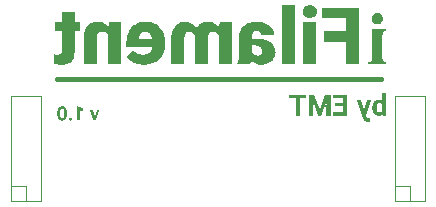
<source format=gbo>
G04*
G04 #@! TF.GenerationSoftware,Altium Limited,Altium Designer,24.5.2 (23)*
G04*
G04 Layer_Color=32896*
%FSLAX25Y25*%
%MOIN*%
G70*
G04*
G04 #@! TF.SameCoordinates,7B9D950A-14CE-42BF-A02F-5B63482B5899*
G04*
G04*
G04 #@! TF.FilePolarity,Positive*
G04*
G01*
G75*
%ADD50C,0.01575*%
%ADD51C,0.00394*%
G36*
X-170187Y-112489D02*
Y-113240D01*
X-171295Y-112905D01*
Y-116470D01*
X-172221D01*
Y-111797D01*
X-172119D01*
X-170187Y-112489D01*
D02*
G37*
G36*
X-165915Y-116470D02*
X-166797D01*
X-167964Y-113007D01*
X-167001D01*
X-166352Y-115347D01*
X-165711Y-113007D01*
X-164741D01*
X-165915Y-116470D01*
D02*
G37*
G36*
X-174255Y-115529D02*
X-174182Y-115544D01*
X-174124Y-115566D01*
X-174065Y-115588D01*
X-174022Y-115617D01*
X-173992Y-115639D01*
X-173971Y-115653D01*
X-173963Y-115661D01*
X-173912Y-115719D01*
X-173876Y-115777D01*
X-173854Y-115836D01*
X-173839Y-115894D01*
X-173825Y-115938D01*
X-173818Y-115981D01*
Y-116011D01*
Y-116018D01*
X-173825Y-116098D01*
X-173839Y-116164D01*
X-173861Y-116229D01*
X-173890Y-116280D01*
X-173919Y-116317D01*
X-173941Y-116353D01*
X-173956Y-116368D01*
X-173963Y-116375D01*
X-174022Y-116419D01*
X-174080Y-116448D01*
X-174145Y-116477D01*
X-174204Y-116492D01*
X-174255Y-116499D01*
X-174299Y-116506D01*
X-174335D01*
X-174415Y-116499D01*
X-174495Y-116484D01*
X-174561Y-116463D01*
X-174612Y-116441D01*
X-174656Y-116419D01*
X-174685Y-116397D01*
X-174707Y-116382D01*
X-174714Y-116375D01*
X-174765Y-116317D01*
X-174802Y-116258D01*
X-174823Y-116200D01*
X-174845Y-116142D01*
X-174853Y-116091D01*
X-174860Y-116054D01*
Y-116025D01*
Y-116018D01*
X-174853Y-115938D01*
X-174838Y-115872D01*
X-174809Y-115806D01*
X-174787Y-115755D01*
X-174758Y-115719D01*
X-174729Y-115682D01*
X-174714Y-115668D01*
X-174707Y-115661D01*
X-174648Y-115617D01*
X-174590Y-115580D01*
X-174525Y-115559D01*
X-174466Y-115537D01*
X-174415Y-115529D01*
X-174372Y-115522D01*
X-174335D01*
X-174255Y-115529D01*
D02*
G37*
G36*
X-177047Y-111746D02*
X-176916Y-111760D01*
X-176799Y-111782D01*
X-176682Y-111819D01*
X-176580Y-111855D01*
X-176486Y-111899D01*
X-176398Y-111943D01*
X-176318Y-111994D01*
X-176252Y-112038D01*
X-176187Y-112089D01*
X-176136Y-112132D01*
X-176092Y-112169D01*
X-176063Y-112205D01*
X-176041Y-112227D01*
X-176026Y-112242D01*
X-176019Y-112249D01*
X-175946Y-112351D01*
X-175888Y-112460D01*
X-175837Y-112570D01*
X-175786Y-112694D01*
X-175713Y-112942D01*
X-175669Y-113182D01*
X-175654Y-113291D01*
X-175640Y-113401D01*
X-175633Y-113496D01*
X-175625Y-113576D01*
X-175618Y-113641D01*
Y-113692D01*
Y-113722D01*
Y-113736D01*
Y-114596D01*
X-175625Y-114764D01*
X-175640Y-114924D01*
X-175662Y-115077D01*
X-175684Y-115216D01*
X-175713Y-115340D01*
X-175749Y-115464D01*
X-175786Y-115566D01*
X-175822Y-115661D01*
X-175866Y-115748D01*
X-175902Y-115821D01*
X-175932Y-115887D01*
X-175961Y-115938D01*
X-175990Y-115981D01*
X-176012Y-116011D01*
X-176019Y-116025D01*
X-176026Y-116032D01*
X-176107Y-116120D01*
X-176194Y-116200D01*
X-176289Y-116266D01*
X-176383Y-116324D01*
X-176478Y-116375D01*
X-176580Y-116411D01*
X-176675Y-116448D01*
X-176770Y-116470D01*
X-176857Y-116492D01*
X-176938Y-116506D01*
X-177011Y-116521D01*
X-177076Y-116528D01*
X-177127Y-116535D01*
X-177200D01*
X-177339Y-116528D01*
X-177470Y-116514D01*
X-177594Y-116492D01*
X-177710Y-116455D01*
X-177812Y-116419D01*
X-177907Y-116375D01*
X-177995Y-116324D01*
X-178075Y-116280D01*
X-178140Y-116229D01*
X-178199Y-116185D01*
X-178250Y-116142D01*
X-178294Y-116105D01*
X-178323Y-116069D01*
X-178352Y-116047D01*
X-178359Y-116032D01*
X-178366Y-116025D01*
X-178439Y-115923D01*
X-178498Y-115814D01*
X-178556Y-115697D01*
X-178600Y-115580D01*
X-178673Y-115333D01*
X-178716Y-115092D01*
X-178731Y-114983D01*
X-178745Y-114881D01*
X-178753Y-114786D01*
X-178760Y-114706D01*
X-178767Y-114640D01*
Y-114589D01*
Y-114553D01*
Y-114545D01*
Y-113685D01*
X-178760Y-113510D01*
X-178745Y-113350D01*
X-178724Y-113204D01*
X-178702Y-113065D01*
X-178665Y-112934D01*
X-178636Y-112818D01*
X-178592Y-112708D01*
X-178556Y-112613D01*
X-178519Y-112526D01*
X-178483Y-112453D01*
X-178447Y-112387D01*
X-178418Y-112336D01*
X-178388Y-112293D01*
X-178366Y-112264D01*
X-178359Y-112249D01*
X-178352Y-112242D01*
X-178272Y-112154D01*
X-178184Y-112074D01*
X-178097Y-112008D01*
X-178002Y-111950D01*
X-177907Y-111899D01*
X-177805Y-111863D01*
X-177710Y-111826D01*
X-177616Y-111804D01*
X-177528Y-111782D01*
X-177448Y-111768D01*
X-177375Y-111753D01*
X-177309Y-111746D01*
X-177258Y-111739D01*
X-177185D01*
X-177047Y-111746D01*
D02*
G37*
G36*
X-69072Y-114831D02*
X-70329D01*
X-70384Y-114284D01*
X-70482Y-114393D01*
X-70591Y-114492D01*
X-70701Y-114579D01*
X-70810Y-114656D01*
X-70930Y-114721D01*
X-71039Y-114776D01*
X-71258Y-114852D01*
X-71444Y-114896D01*
X-71531Y-114907D01*
X-71597Y-114918D01*
X-71662Y-114929D01*
X-71739D01*
X-71914Y-114918D01*
X-72078Y-114896D01*
X-72231Y-114863D01*
X-72373Y-114820D01*
X-72624Y-114710D01*
X-72734Y-114645D01*
X-72843Y-114579D01*
X-72930Y-114525D01*
X-73007Y-114459D01*
X-73072Y-114404D01*
X-73127Y-114350D01*
X-73171Y-114306D01*
X-73204Y-114273D01*
X-73215Y-114251D01*
X-73225Y-114240D01*
X-73324Y-114098D01*
X-73400Y-113956D01*
X-73477Y-113803D01*
X-73532Y-113639D01*
X-73630Y-113311D01*
X-73695Y-112994D01*
X-73717Y-112852D01*
X-73728Y-112721D01*
X-73750Y-112601D01*
Y-112492D01*
X-73761Y-112404D01*
Y-112339D01*
Y-112295D01*
Y-112284D01*
Y-112207D01*
X-73750Y-111978D01*
X-73739Y-111759D01*
X-73706Y-111552D01*
X-73674Y-111366D01*
X-73630Y-111191D01*
X-73586Y-111027D01*
X-73542Y-110885D01*
X-73488Y-110743D01*
X-73433Y-110634D01*
X-73390Y-110524D01*
X-73346Y-110437D01*
X-73302Y-110371D01*
X-73269Y-110317D01*
X-73237Y-110273D01*
X-73225Y-110251D01*
X-73215Y-110240D01*
X-73105Y-110120D01*
X-72996Y-110011D01*
X-72876Y-109912D01*
X-72755Y-109836D01*
X-72635Y-109770D01*
X-72504Y-109715D01*
X-72275Y-109628D01*
X-72056Y-109573D01*
X-71969Y-109562D01*
X-71881Y-109551D01*
X-71816Y-109540D01*
X-71728D01*
X-71586Y-109551D01*
X-71444Y-109562D01*
X-71204Y-109628D01*
X-70985Y-109715D01*
X-70799Y-109825D01*
X-70657Y-109934D01*
X-70548Y-110021D01*
X-70482Y-110087D01*
X-70471Y-110098D01*
X-70460Y-110109D01*
Y-107453D01*
X-69072D01*
Y-114831D01*
D02*
G37*
G36*
X-75925Y-114841D02*
X-75761Y-115268D01*
X-75718Y-115366D01*
X-75663Y-115454D01*
X-75608Y-115519D01*
X-75554Y-115574D01*
X-75510Y-115618D01*
X-75477Y-115650D01*
X-75455Y-115661D01*
X-75444Y-115672D01*
X-75368Y-115716D01*
X-75280Y-115738D01*
X-75084Y-115781D01*
X-74996D01*
X-74931Y-115792D01*
X-74865D01*
X-74646Y-115781D01*
Y-116831D01*
X-74876Y-116885D01*
X-74985Y-116907D01*
X-75073Y-116918D01*
X-75160D01*
X-75215Y-116929D01*
X-75269D01*
X-75466Y-116918D01*
X-75641Y-116885D01*
X-75805Y-116831D01*
X-75958Y-116765D01*
X-76100Y-116689D01*
X-76220Y-116601D01*
X-76341Y-116514D01*
X-76439Y-116416D01*
X-76526Y-116317D01*
X-76603Y-116230D01*
X-76657Y-116142D01*
X-76712Y-116066D01*
X-76756Y-116000D01*
X-76778Y-115945D01*
X-76800Y-115913D01*
Y-115902D01*
X-76920Y-115629D01*
X-79008Y-109639D01*
X-77521D01*
X-76559Y-112874D01*
X-75597Y-109639D01*
X-74100D01*
X-75925Y-114841D01*
D02*
G37*
G36*
X-87631Y-114831D02*
X-89063D01*
Y-112929D01*
X-88921Y-109628D01*
X-90812Y-114831D01*
X-91796D01*
X-93686Y-109628D01*
X-93544Y-112929D01*
Y-114831D01*
X-94987D01*
Y-107835D01*
X-93096D01*
X-91304Y-112918D01*
X-89511Y-107835D01*
X-87631D01*
Y-114831D01*
D02*
G37*
G36*
X-82101D02*
X-86790D01*
Y-113672D01*
X-83533D01*
Y-111792D01*
X-86309D01*
Y-110666D01*
X-83533D01*
Y-109005D01*
X-86779D01*
Y-107835D01*
X-82101D01*
Y-114831D01*
D02*
G37*
G36*
X-95807Y-109005D02*
X-97916D01*
Y-114831D01*
X-99359D01*
Y-109005D01*
X-101501D01*
Y-107835D01*
X-95807D01*
Y-109005D01*
D02*
G37*
G36*
X-94224Y-78101D02*
X-93903Y-78159D01*
X-93611Y-78276D01*
X-93349Y-78363D01*
X-93145Y-78480D01*
X-92999Y-78596D01*
X-92911Y-78655D01*
X-92882Y-78684D01*
X-92678Y-78917D01*
X-92503Y-79180D01*
X-92387Y-79413D01*
X-92328Y-79646D01*
X-92270Y-79879D01*
X-92241Y-80054D01*
Y-80171D01*
Y-80200D01*
X-92270Y-80521D01*
X-92328Y-80842D01*
X-92445Y-81075D01*
X-92561Y-81308D01*
X-92678Y-81483D01*
X-92795Y-81600D01*
X-92853Y-81687D01*
X-92882Y-81717D01*
X-93145Y-81921D01*
X-93436Y-82066D01*
X-93728Y-82154D01*
X-93990Y-82212D01*
X-94224Y-82270D01*
X-94428Y-82300D01*
X-94603D01*
X-94982Y-82270D01*
X-95332Y-82212D01*
X-95623Y-82125D01*
X-95886Y-82008D01*
X-96090Y-81891D01*
X-96236Y-81804D01*
X-96323Y-81746D01*
X-96352Y-81717D01*
X-96586Y-81483D01*
X-96731Y-81221D01*
X-96848Y-80988D01*
X-96935Y-80725D01*
X-96994Y-80521D01*
X-97023Y-80346D01*
Y-80229D01*
Y-80200D01*
X-96994Y-79879D01*
X-96906Y-79559D01*
X-96819Y-79296D01*
X-96702Y-79092D01*
X-96556Y-78917D01*
X-96469Y-78800D01*
X-96381Y-78713D01*
X-96352Y-78684D01*
X-96090Y-78480D01*
X-95798Y-78334D01*
X-95507Y-78217D01*
X-95215Y-78159D01*
X-94982Y-78101D01*
X-94778Y-78071D01*
X-94603D01*
X-94224Y-78101D01*
D02*
G37*
G36*
X-128341Y-83553D02*
X-127903Y-83612D01*
X-127524Y-83699D01*
X-127145Y-83816D01*
X-126445Y-84137D01*
X-126154Y-84282D01*
X-125891Y-84457D01*
X-125658Y-84662D01*
X-125425Y-84807D01*
X-125250Y-84982D01*
X-125104Y-85128D01*
X-124987Y-85245D01*
X-124900Y-85332D01*
X-124871Y-85391D01*
X-124842Y-85420D01*
X-124696Y-83787D01*
X-120642D01*
Y-97638D01*
X-124958D01*
Y-88015D01*
X-125221Y-87636D01*
X-125541Y-87344D01*
X-125862Y-87140D01*
X-126154Y-86994D01*
X-126445Y-86907D01*
X-126649Y-86878D01*
X-126795Y-86849D01*
X-126854D01*
X-127204Y-86878D01*
X-127466Y-86936D01*
X-127699Y-86994D01*
X-127874Y-87082D01*
X-128020Y-87199D01*
X-128108Y-87257D01*
X-128137Y-87315D01*
X-128166Y-87344D01*
X-128282Y-87549D01*
X-128370Y-87811D01*
X-128487Y-88307D01*
Y-88540D01*
X-128516Y-88744D01*
Y-88861D01*
Y-88919D01*
Y-97638D01*
X-132861D01*
Y-88190D01*
X-132831Y-88015D01*
X-133094Y-87636D01*
X-133415Y-87344D01*
X-133735Y-87140D01*
X-134027Y-86994D01*
X-134319Y-86907D01*
X-134552Y-86878D01*
X-134698Y-86849D01*
X-134756D01*
X-135077Y-86878D01*
X-135339Y-86936D01*
X-135572Y-86994D01*
X-135747Y-87082D01*
X-135893Y-87199D01*
X-135981Y-87257D01*
X-136010Y-87315D01*
X-136039Y-87344D01*
X-136156Y-87549D01*
X-136272Y-87782D01*
X-136360Y-88307D01*
X-136389Y-88540D01*
X-136418Y-88715D01*
Y-88832D01*
Y-88890D01*
Y-97638D01*
X-140763D01*
Y-88627D01*
X-140734Y-88161D01*
X-140705Y-87723D01*
X-140530Y-86936D01*
X-140325Y-86265D01*
X-140034Y-85682D01*
X-139713Y-85186D01*
X-139334Y-84778D01*
X-138955Y-84428D01*
X-138547Y-84166D01*
X-138138Y-83962D01*
X-137759Y-83787D01*
X-137409Y-83670D01*
X-137089Y-83612D01*
X-136797Y-83553D01*
X-136593Y-83524D01*
X-136418D01*
X-135922Y-83553D01*
X-135485Y-83612D01*
X-135048Y-83728D01*
X-134669Y-83845D01*
X-134289Y-84020D01*
X-133969Y-84195D01*
X-133648Y-84370D01*
X-133385Y-84574D01*
X-133152Y-84778D01*
X-132919Y-84953D01*
X-132744Y-85128D01*
X-132598Y-85303D01*
X-132482Y-85420D01*
X-132394Y-85536D01*
X-132365Y-85595D01*
X-132336Y-85624D01*
X-132161Y-85245D01*
X-131927Y-84924D01*
X-131665Y-84662D01*
X-131403Y-84399D01*
X-131111Y-84195D01*
X-130819Y-84049D01*
X-130528Y-83903D01*
X-130236Y-83787D01*
X-129682Y-83641D01*
X-129449Y-83583D01*
X-129245Y-83553D01*
X-129070Y-83524D01*
X-128807D01*
X-128341Y-83553D01*
D02*
G37*
G36*
X-111486Y-83583D02*
X-110641Y-83728D01*
X-109912Y-83933D01*
X-109562Y-84049D01*
X-109270Y-84166D01*
X-109008Y-84282D01*
X-108745Y-84399D01*
X-108541Y-84516D01*
X-108395Y-84603D01*
X-108249Y-84691D01*
X-108162Y-84749D01*
X-108104Y-84778D01*
X-108075Y-84807D01*
X-107783Y-85041D01*
X-107520Y-85303D01*
X-107287Y-85566D01*
X-107112Y-85857D01*
X-106937Y-86120D01*
X-106791Y-86382D01*
X-106587Y-86907D01*
X-106471Y-87374D01*
X-106442Y-87578D01*
X-106412Y-87753D01*
X-106383Y-87869D01*
Y-87986D01*
Y-88044D01*
Y-88073D01*
X-110699D01*
X-110728Y-87811D01*
X-110757Y-87549D01*
X-110845Y-87344D01*
X-110932Y-87169D01*
X-111195Y-86907D01*
X-111486Y-86732D01*
X-111749Y-86615D01*
X-112011Y-86557D01*
X-112186Y-86528D01*
X-112244D01*
X-112536Y-86557D01*
X-112799Y-86615D01*
X-113003Y-86703D01*
X-113178Y-86819D01*
X-113469Y-87140D01*
X-113673Y-87490D01*
X-113790Y-87840D01*
X-113848Y-88161D01*
X-113877Y-88278D01*
Y-88365D01*
Y-88423D01*
Y-88452D01*
Y-89181D01*
X-111982D01*
X-111457Y-89240D01*
X-110932Y-89298D01*
X-110466Y-89356D01*
X-110028Y-89444D01*
X-109620Y-89561D01*
X-109270Y-89648D01*
X-108949Y-89765D01*
X-108658Y-89881D01*
X-108395Y-89969D01*
X-108191Y-90085D01*
X-108016Y-90173D01*
X-107870Y-90231D01*
X-107783Y-90289D01*
X-107725Y-90348D01*
X-107695D01*
X-107404Y-90581D01*
X-107141Y-90814D01*
X-106937Y-91106D01*
X-106733Y-91368D01*
X-106587Y-91660D01*
X-106442Y-91952D01*
X-106237Y-92476D01*
X-106121Y-92972D01*
X-106092Y-93205D01*
X-106062Y-93380D01*
X-106033Y-93555D01*
Y-93672D01*
Y-93730D01*
Y-93760D01*
X-106062Y-94080D01*
X-106092Y-94401D01*
X-106237Y-94984D01*
X-106471Y-95480D01*
X-106733Y-95917D01*
X-106966Y-96267D01*
X-107200Y-96530D01*
X-107346Y-96675D01*
X-107404Y-96705D01*
Y-96734D01*
X-107929Y-97113D01*
X-108512Y-97404D01*
X-109066Y-97609D01*
X-109591Y-97755D01*
X-110057Y-97842D01*
X-110262Y-97871D01*
X-110436D01*
X-110553Y-97900D01*
X-110757D01*
X-111136Y-97871D01*
X-111515Y-97842D01*
X-112186Y-97667D01*
X-112740Y-97434D01*
X-113207Y-97142D01*
X-113586Y-96880D01*
X-113848Y-96646D01*
X-114023Y-96471D01*
X-114082Y-96442D01*
Y-96413D01*
X-114140Y-96705D01*
X-114227Y-96938D01*
X-114286Y-97171D01*
X-114344Y-97317D01*
X-114402Y-97463D01*
X-114461Y-97550D01*
X-114490Y-97609D01*
Y-97638D01*
X-118805D01*
Y-97434D01*
X-118631Y-97026D01*
X-118485Y-96559D01*
X-118368Y-96063D01*
X-118310Y-95597D01*
X-118251Y-95159D01*
X-118222Y-94839D01*
Y-94693D01*
Y-94605D01*
Y-94547D01*
Y-94518D01*
Y-88394D01*
X-118193Y-87986D01*
X-118135Y-87578D01*
X-117960Y-86878D01*
X-117697Y-86265D01*
X-117406Y-85770D01*
X-117114Y-85361D01*
X-116852Y-85070D01*
X-116764Y-84982D01*
X-116677Y-84895D01*
X-116648Y-84837D01*
X-116618D01*
X-116327Y-84603D01*
X-116006Y-84399D01*
X-115335Y-84078D01*
X-114636Y-83845D01*
X-113965Y-83699D01*
X-113382Y-83583D01*
X-113119Y-83553D01*
X-112886D01*
X-112711Y-83524D01*
X-111953D01*
X-111486Y-83583D01*
D02*
G37*
G36*
X-173014Y-83787D02*
X-171264D01*
Y-86790D01*
X-173014D01*
Y-93672D01*
X-173072Y-94430D01*
X-173189Y-95072D01*
X-173335Y-95626D01*
X-173539Y-96092D01*
X-173743Y-96442D01*
X-173889Y-96675D01*
X-174005Y-96821D01*
X-174064Y-96880D01*
X-174530Y-97230D01*
X-175026Y-97463D01*
X-175580Y-97638D01*
X-176134Y-97784D01*
X-176630Y-97842D01*
X-176834Y-97871D01*
X-177009D01*
X-177184Y-97900D01*
X-177388D01*
X-177854Y-97871D01*
X-178292Y-97842D01*
X-178700Y-97784D01*
X-179079Y-97725D01*
X-179371Y-97667D01*
X-179604Y-97609D01*
X-179750Y-97550D01*
X-179808D01*
Y-94459D01*
X-179458Y-94489D01*
X-179108Y-94518D01*
X-178438D01*
X-178204Y-94459D01*
X-178029Y-94430D01*
X-177884Y-94372D01*
X-177767Y-94314D01*
X-177680Y-94284D01*
X-177650Y-94226D01*
X-177621D01*
X-177534Y-94080D01*
X-177475Y-93935D01*
X-177388Y-93555D01*
Y-93410D01*
X-177359Y-93264D01*
Y-93176D01*
Y-93147D01*
Y-86790D01*
X-179633D01*
Y-83787D01*
X-177359D01*
Y-80346D01*
X-173014D01*
Y-83787D01*
D02*
G37*
G36*
X-148694Y-83553D02*
X-148024Y-83670D01*
X-147411Y-83816D01*
X-146887Y-83962D01*
X-146449Y-84137D01*
X-146274Y-84224D01*
X-146128Y-84282D01*
X-146012Y-84341D01*
X-145924Y-84399D01*
X-145895Y-84428D01*
X-145866D01*
X-145341Y-84807D01*
X-144875Y-85216D01*
X-144466Y-85624D01*
X-144146Y-86032D01*
X-143883Y-86411D01*
X-143708Y-86703D01*
X-143650Y-86819D01*
X-143591Y-86907D01*
X-143562Y-86936D01*
Y-86965D01*
X-143300Y-87578D01*
X-143096Y-88219D01*
X-142979Y-88861D01*
X-142862Y-89444D01*
X-142804Y-89940D01*
Y-90144D01*
X-142775Y-90348D01*
Y-90494D01*
Y-90610D01*
Y-90669D01*
Y-90698D01*
Y-91048D01*
X-142804Y-91602D01*
X-142862Y-92127D01*
X-142950Y-92651D01*
X-143096Y-93118D01*
X-143242Y-93555D01*
X-143417Y-93964D01*
X-143591Y-94343D01*
X-143766Y-94664D01*
X-143941Y-94984D01*
X-144146Y-95247D01*
X-144291Y-95480D01*
X-144437Y-95655D01*
X-144583Y-95801D01*
X-144670Y-95917D01*
X-144729Y-95976D01*
X-144758Y-96005D01*
X-145137Y-96326D01*
X-145545Y-96617D01*
X-145983Y-96880D01*
X-146391Y-97113D01*
X-146828Y-97288D01*
X-147266Y-97434D01*
X-148082Y-97667D01*
X-148461Y-97755D01*
X-148811Y-97813D01*
X-149132Y-97842D01*
X-149394Y-97871D01*
X-149628Y-97900D01*
X-149919D01*
X-150561Y-97871D01*
X-151144Y-97813D01*
X-151669Y-97696D01*
X-152164Y-97579D01*
X-152544Y-97463D01*
X-152835Y-97346D01*
X-152952Y-97317D01*
X-153039Y-97288D01*
X-153068Y-97259D01*
X-153098D01*
X-153622Y-96996D01*
X-154089Y-96705D01*
X-154468Y-96413D01*
X-154818Y-96122D01*
X-155051Y-95859D01*
X-155255Y-95655D01*
X-155372Y-95538D01*
X-155401Y-95480D01*
X-153418Y-93147D01*
X-153185Y-93410D01*
X-152952Y-93614D01*
X-152689Y-93818D01*
X-152427Y-93964D01*
X-151902Y-94226D01*
X-151377Y-94401D01*
X-150940Y-94489D01*
X-150736Y-94518D01*
X-150561Y-94547D01*
X-150415Y-94576D01*
X-150211D01*
X-149773Y-94547D01*
X-149394Y-94489D01*
X-149044Y-94372D01*
X-148753Y-94255D01*
X-148520Y-94139D01*
X-148345Y-94022D01*
X-148228Y-93964D01*
X-148199Y-93935D01*
X-147936Y-93672D01*
X-147703Y-93351D01*
X-147528Y-93060D01*
X-147382Y-92739D01*
X-147295Y-92476D01*
X-147236Y-92272D01*
X-147178Y-92127D01*
Y-92068D01*
X-155751D01*
Y-90406D01*
X-155722Y-89823D01*
X-155693Y-89269D01*
X-155605Y-88744D01*
X-155489Y-88248D01*
X-155372Y-87811D01*
X-155226Y-87374D01*
X-155051Y-87024D01*
X-154905Y-86674D01*
X-154760Y-86353D01*
X-154585Y-86090D01*
X-154439Y-85886D01*
X-154322Y-85682D01*
X-154206Y-85536D01*
X-154147Y-85449D01*
X-154089Y-85391D01*
X-154060Y-85361D01*
X-153739Y-85041D01*
X-153389Y-84749D01*
X-153010Y-84516D01*
X-152631Y-84312D01*
X-152252Y-84108D01*
X-151873Y-83962D01*
X-151115Y-83758D01*
X-150794Y-83670D01*
X-150473Y-83612D01*
X-150182Y-83583D01*
X-149948Y-83553D01*
X-149744Y-83524D01*
X-149453D01*
X-148694Y-83553D01*
D02*
G37*
G36*
X-78127Y-97638D02*
X-82618D01*
Y-90202D01*
X-89879D01*
Y-86732D01*
X-82618D01*
Y-82446D01*
X-90608D01*
Y-78975D01*
X-78127D01*
Y-97638D01*
D02*
G37*
G36*
X-92474D02*
X-96819D01*
Y-83787D01*
X-92474D01*
Y-97638D01*
D02*
G37*
G36*
X-99706D02*
X-104021D01*
Y-77955D01*
X-99706D01*
Y-97638D01*
D02*
G37*
G36*
X-165111Y-83553D02*
X-164674Y-83612D01*
X-164266Y-83699D01*
X-163887Y-83816D01*
X-163216Y-84137D01*
X-162925Y-84282D01*
X-162633Y-84457D01*
X-162400Y-84662D01*
X-162196Y-84807D01*
X-162021Y-84982D01*
X-161875Y-85128D01*
X-161758Y-85245D01*
X-161671Y-85332D01*
X-161642Y-85391D01*
X-161612Y-85420D01*
X-161467Y-83787D01*
X-157413D01*
Y-97638D01*
X-161729D01*
Y-87869D01*
X-161991Y-87519D01*
X-162283Y-87286D01*
X-162604Y-87111D01*
X-162925Y-86965D01*
X-163187Y-86907D01*
X-163420Y-86878D01*
X-163566Y-86849D01*
X-163624D01*
X-164003Y-86878D01*
X-164324Y-86936D01*
X-164587Y-86994D01*
X-164791Y-87082D01*
X-164966Y-87199D01*
X-165053Y-87257D01*
X-165111Y-87315D01*
X-165141Y-87344D01*
X-165287Y-87549D01*
X-165403Y-87782D01*
X-165461Y-88044D01*
X-165520Y-88307D01*
X-165549Y-88540D01*
X-165578Y-88715D01*
Y-88832D01*
Y-88890D01*
Y-97638D01*
X-169923D01*
Y-88715D01*
X-169894Y-88248D01*
X-169865Y-87811D01*
X-169806Y-87403D01*
X-169748Y-87024D01*
X-169660Y-86674D01*
X-169573Y-86353D01*
X-169456Y-86061D01*
X-169369Y-85799D01*
X-169252Y-85566D01*
X-169165Y-85391D01*
X-169077Y-85216D01*
X-168990Y-85070D01*
X-168902Y-84982D01*
X-168873Y-84895D01*
X-168815Y-84837D01*
X-168611Y-84603D01*
X-168377Y-84399D01*
X-167853Y-84078D01*
X-167328Y-83845D01*
X-166803Y-83699D01*
X-166307Y-83583D01*
X-166103Y-83553D01*
X-165928D01*
X-165782Y-83524D01*
X-165578D01*
X-165111Y-83553D01*
D02*
G37*
G36*
X-71853Y-80670D02*
X-71598Y-80721D01*
X-71368Y-80823D01*
X-71164Y-80925D01*
X-71011Y-81027D01*
X-70909Y-81129D01*
X-70832Y-81180D01*
X-70807Y-81206D01*
X-70628Y-81435D01*
X-70501Y-81639D01*
X-70399Y-81869D01*
X-70348Y-82073D01*
X-70297Y-82252D01*
X-70271Y-82405D01*
Y-82507D01*
Y-82532D01*
X-70297Y-82813D01*
X-70348Y-83068D01*
X-70450Y-83297D01*
X-70552Y-83502D01*
X-70628Y-83655D01*
X-70730Y-83757D01*
X-70781Y-83833D01*
X-70807Y-83859D01*
X-71011Y-84037D01*
X-71241Y-84165D01*
X-71470Y-84267D01*
X-71674Y-84318D01*
X-71853Y-84369D01*
X-72006Y-84394D01*
X-72133D01*
X-72414Y-84369D01*
X-72669Y-84318D01*
X-72899Y-84216D01*
X-73077Y-84114D01*
X-73230Y-84037D01*
X-73358Y-83935D01*
X-73434Y-83884D01*
X-73460Y-83859D01*
X-73638Y-83655D01*
X-73791Y-83425D01*
X-73893Y-83196D01*
X-73944Y-82991D01*
X-73996Y-82813D01*
X-74021Y-82660D01*
Y-82558D01*
Y-82532D01*
X-73996Y-82252D01*
X-73944Y-81997D01*
X-73843Y-81767D01*
X-73740Y-81588D01*
X-73638Y-81435D01*
X-73536Y-81308D01*
X-73485Y-81231D01*
X-73460Y-81206D01*
X-73256Y-81027D01*
X-73026Y-80874D01*
X-72797Y-80772D01*
X-72593Y-80721D01*
X-72414Y-80670D01*
X-72261Y-80644D01*
X-72133D01*
X-71853Y-80670D01*
D02*
G37*
G36*
X-69072Y-86588D02*
X-69353Y-86614D01*
X-69582Y-86665D01*
X-69761Y-86741D01*
X-69914Y-86818D01*
X-70016Y-86869D01*
X-70092Y-86945D01*
X-70118Y-86971D01*
X-70144Y-86996D01*
X-70246Y-87150D01*
X-70322Y-87379D01*
X-70373Y-87634D01*
X-70424Y-87889D01*
Y-88119D01*
X-70450Y-88323D01*
Y-88476D01*
Y-88502D01*
Y-88527D01*
Y-95160D01*
Y-95568D01*
X-70399Y-95899D01*
X-70373Y-96154D01*
X-70322Y-96359D01*
X-70271Y-96486D01*
X-70246Y-96588D01*
X-70195Y-96614D01*
Y-96639D01*
X-70042Y-96792D01*
X-69863Y-96894D01*
X-69684Y-96971D01*
X-69480Y-97022D01*
X-69327Y-97047D01*
X-69200Y-97073D01*
X-69072D01*
Y-97507D01*
X-75220D01*
Y-97073D01*
X-74939Y-97047D01*
X-74684Y-96996D01*
X-74506Y-96945D01*
X-74353Y-96894D01*
X-74225Y-96818D01*
X-74149Y-96767D01*
X-74123Y-96741D01*
X-74098Y-96716D01*
X-74021Y-96537D01*
X-73944Y-96333D01*
X-73893Y-96078D01*
X-73868Y-95797D01*
Y-95568D01*
X-73843Y-95364D01*
Y-95211D01*
Y-95160D01*
Y-86155D01*
X-69072D01*
Y-86588D01*
D02*
G37*
%LPC*%
G36*
X-177178Y-112482D02*
X-177193D01*
X-177309Y-112497D01*
X-177411Y-112526D01*
X-177499Y-112570D01*
X-177565Y-112613D01*
X-177623Y-112664D01*
X-177659Y-112708D01*
X-177681Y-112737D01*
X-177688Y-112752D01*
X-177718Y-112803D01*
X-177740Y-112861D01*
X-177783Y-112993D01*
X-177812Y-113131D01*
X-177827Y-113269D01*
X-177841Y-113401D01*
Y-113452D01*
X-177849Y-113503D01*
Y-113539D01*
Y-113568D01*
Y-113590D01*
Y-113598D01*
Y-114713D01*
X-177841Y-114902D01*
X-177820Y-115070D01*
X-177798Y-115209D01*
X-177769Y-115325D01*
X-177740Y-115413D01*
X-177710Y-115478D01*
X-177696Y-115515D01*
X-177688Y-115529D01*
X-177623Y-115617D01*
X-177550Y-115682D01*
X-177470Y-115726D01*
X-177390Y-115755D01*
X-177317Y-115777D01*
X-177258Y-115785D01*
X-177215Y-115792D01*
X-177200D01*
X-177083Y-115777D01*
X-176974Y-115748D01*
X-176894Y-115704D01*
X-176821Y-115653D01*
X-176763Y-115602D01*
X-176726Y-115559D01*
X-176704Y-115529D01*
X-176697Y-115515D01*
X-176646Y-115398D01*
X-176610Y-115267D01*
X-176580Y-115129D01*
X-176566Y-114990D01*
X-176551Y-114866D01*
Y-114808D01*
X-176544Y-114764D01*
Y-114720D01*
Y-114691D01*
Y-114676D01*
Y-114669D01*
Y-113525D01*
X-176551Y-113335D01*
X-176573Y-113175D01*
X-176595Y-113044D01*
X-176624Y-112934D01*
X-176653Y-112847D01*
X-176682Y-112788D01*
X-176697Y-112752D01*
X-176704Y-112737D01*
X-176770Y-112650D01*
X-176850Y-112592D01*
X-176930Y-112548D01*
X-177011Y-112511D01*
X-177083Y-112497D01*
X-177142Y-112489D01*
X-177178Y-112482D01*
D02*
G37*
G36*
X-71313Y-110666D02*
X-71378D01*
X-71553Y-110677D01*
X-71706Y-110721D01*
X-71826Y-110786D01*
X-71936Y-110852D01*
X-72012Y-110918D01*
X-72078Y-110983D01*
X-72111Y-111027D01*
X-72122Y-111038D01*
X-72209Y-111191D01*
X-72264Y-111366D01*
X-72307Y-111563D01*
X-72340Y-111748D01*
X-72362Y-111912D01*
Y-111989D01*
X-72373Y-112054D01*
Y-112109D01*
Y-112153D01*
Y-112175D01*
Y-112186D01*
Y-112415D01*
X-72362Y-112612D01*
X-72340Y-112776D01*
X-72329Y-112918D01*
X-72307Y-113027D01*
X-72285Y-113093D01*
X-72275Y-113147D01*
Y-113158D01*
X-72231Y-113278D01*
X-72176Y-113377D01*
X-72111Y-113464D01*
X-72045Y-113541D01*
X-71969Y-113595D01*
X-71903Y-113650D01*
X-71750Y-113727D01*
X-71608Y-113781D01*
X-71499Y-113803D01*
X-71455Y-113814D01*
X-71389D01*
X-71269Y-113803D01*
X-71160Y-113792D01*
X-70963Y-113727D01*
X-70799Y-113639D01*
X-70679Y-113541D01*
X-70581Y-113443D01*
X-70515Y-113355D01*
X-70471Y-113289D01*
X-70460Y-113278D01*
Y-113268D01*
Y-111213D01*
X-70515Y-111114D01*
X-70569Y-111027D01*
X-70635Y-110961D01*
X-70712Y-110896D01*
X-70865Y-110797D01*
X-71018Y-110732D01*
X-71160Y-110699D01*
X-71269Y-110677D01*
X-71313Y-110666D01*
D02*
G37*
G36*
X-112419Y-91485D02*
X-113877D01*
Y-93730D01*
X-113673Y-94051D01*
X-113411Y-94284D01*
X-113294Y-94372D01*
X-113207Y-94459D01*
X-113148Y-94489D01*
X-113119Y-94518D01*
X-112915Y-94634D01*
X-112682Y-94693D01*
X-112244Y-94809D01*
X-112069D01*
X-111924Y-94839D01*
X-111778D01*
X-111545Y-94809D01*
X-111370Y-94780D01*
X-111049Y-94664D01*
X-110932Y-94605D01*
X-110845Y-94547D01*
X-110786Y-94489D01*
X-110757D01*
X-110641Y-94343D01*
X-110553Y-94168D01*
X-110436Y-93876D01*
X-110407Y-93730D01*
X-110378Y-93614D01*
Y-93555D01*
Y-93526D01*
X-110407Y-93176D01*
X-110466Y-92856D01*
X-110582Y-92593D01*
X-110728Y-92331D01*
X-110903Y-92156D01*
X-111078Y-91981D01*
X-111282Y-91835D01*
X-111515Y-91747D01*
X-111924Y-91602D01*
X-112274Y-91514D01*
X-112419Y-91485D01*
D02*
G37*
G36*
X-149336Y-86849D02*
X-149423D01*
X-149802Y-86878D01*
X-150123Y-86936D01*
X-150386Y-87024D01*
X-150619Y-87140D01*
X-150765Y-87257D01*
X-150911Y-87344D01*
X-150969Y-87403D01*
X-150998Y-87432D01*
X-151173Y-87665D01*
X-151319Y-87928D01*
X-151406Y-88190D01*
X-151465Y-88452D01*
X-151494Y-88686D01*
X-151523Y-88861D01*
Y-88977D01*
Y-89036D01*
Y-89356D01*
X-147178D01*
X-147266Y-88919D01*
X-147382Y-88540D01*
X-147528Y-88190D01*
X-147674Y-87898D01*
X-147849Y-87665D01*
X-148053Y-87461D01*
X-148228Y-87286D01*
X-148432Y-87169D01*
X-148636Y-87053D01*
X-148811Y-86994D01*
X-149132Y-86878D01*
X-149249D01*
X-149336Y-86849D01*
D02*
G37*
%LPD*%
D50*
X-178915Y-102756D02*
X-71041D01*
D51*
X-194230Y-138484D02*
X-189230D01*
X-184230Y-143484D02*
Y-108307D01*
X-194230D02*
X-184230D01*
X-194230Y-143484D02*
Y-108307D01*
Y-143484D02*
X-184230D01*
X-189230D02*
Y-138484D01*
X-66198D02*
X-61198D01*
X-56198Y-143484D02*
Y-108307D01*
X-66198D02*
X-56198D01*
X-66198Y-143484D02*
Y-108307D01*
Y-143484D02*
X-56198D01*
X-61198D02*
Y-138484D01*
M02*

</source>
